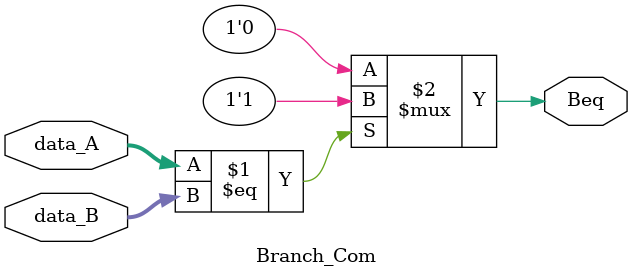
<source format=v>


module Branch_Com (data_A ,data_B ,Beq );
 
//----------Define_parameter----------//

parameter WIDTH= 32 ;
//----------Input_Declaration----------//

input [WIDTH-1:0] data_A ;
input [WIDTH-1:0] data_B ;


//----------Output_Declaration----------//

output    Beq ;



//----------Operations----------//

assign Beq = (data_A == data_B) ? 1'b1 : 1'b0 ;


endmodule
</source>
